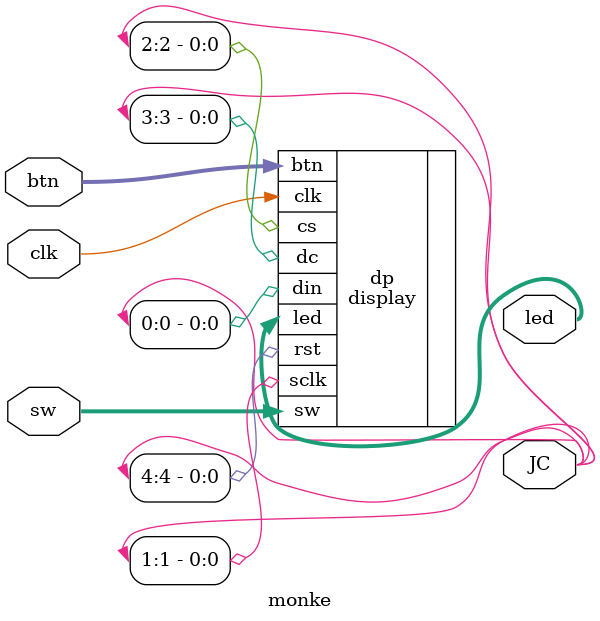
<source format=v>
`timescale 1ns / 1ps


module monke(
    input clk,
    input [4:0] btn,
    input [15:0] sw,
    output [15:0] led,
    output [7:0] JC
);
    
    display dp(
        .clk(clk),
        .btn(btn),
        .sw(sw),
        .led(led),
        .din(JC[0]),
        .sclk(JC[1]),
        .cs(JC[2]),
        .dc(JC[3]),
        .rst(JC[4])
    );
    
endmodule


</source>
